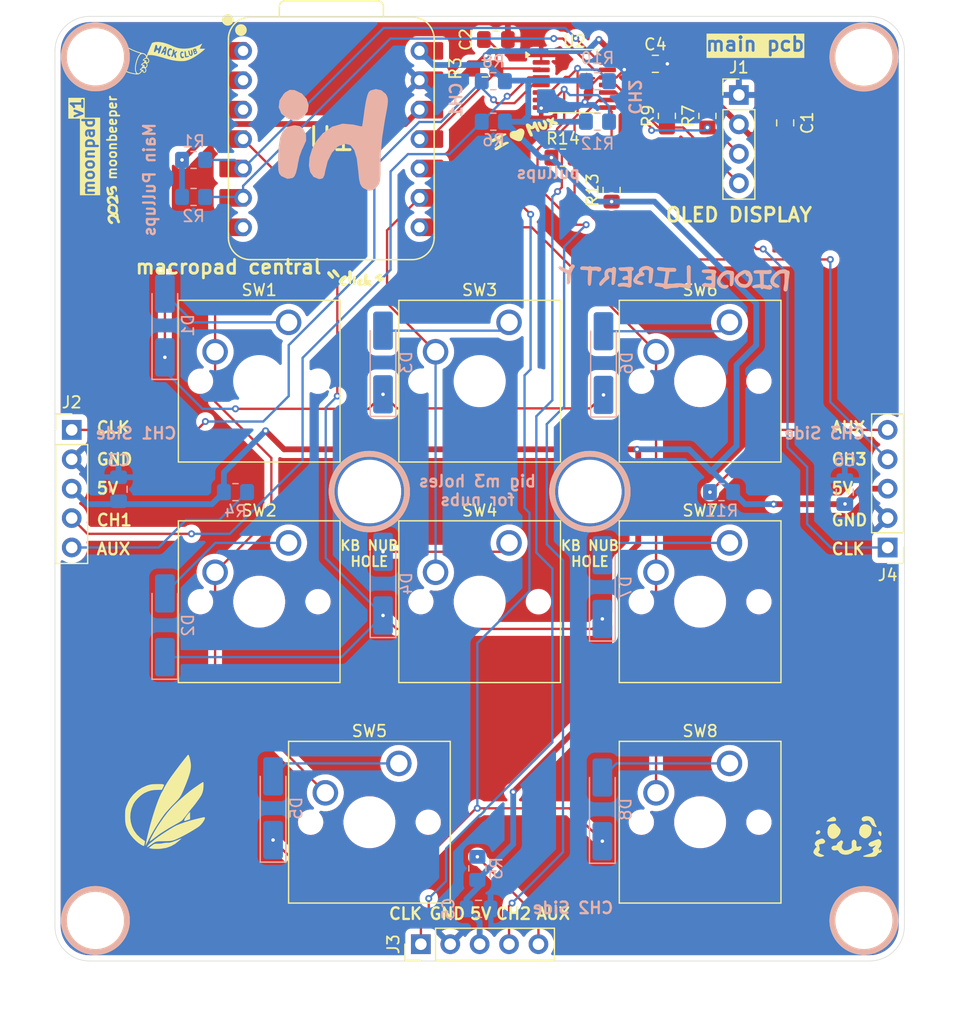
<source format=kicad_pcb>
(kicad_pcb (version 20241229) (generator "pcbnew") (generator_version "9.0")
  (layers (0 "F.Cu" signal) (2 "B.Cu" signal) (13 "F.Paste" user) (15 "B.Paste" user) (5 "F.SilkS" user "F.Silkscreen") (7 "B.SilkS" user "B.Silkscreen") (1 "F.Mask" user) (3 "B.Mask" user) (25 "Edge.Cuts" user))
  (net 0 "")
  (net 1 "+3V3")
  (net 2 "GND")
  (net 3 "+5V")
  (net 4 "KEY_ROW_1")
  (net 5 "Net-(D1-A)")
  (net 6 "Net-(D2-A)")
  (net 7 "Net-(D3-A)")
  (net 8 "KEY_ROW_2")
  (net 9 "Net-(D4-A)")
  (net 10 "Net-(D5-A)")
  (net 11 "Net-(D6-A)")
  (net 12 "KEY_ROW_3")
  (net 13 "Net-(D8-A)")
  (net 14 "DISPLAY_CHANNEL")
  (net 15 "DISPLAY_CHANNEL_CL")
  (net 16 "CHANNEL_3")
  (net 17 "CHANNEL_3_CL")
  (net 18 "CHANNEL_1_CL")
  (net 19 "CHANNEL_2_CL")
  (net 20 "CHANNEL_2")
  (net 21 "CHANNEL_1")
  (net 22 "SDA")
  (net 23 "SCL")
  (net 24 "KEY_COL_1")
  (net 25 "KEY_COL_2")
  (net 26 "KEY_COL_3")
  (net 27 "MULTIPLEXER_RESET")
  (net 29 "Net-(D7-A)")
  (net 30 "Net-(J2-Pin_5)")
  (net 31 "Net-(J3-Pin_5)")
  (net 32 "Net-(J4-Pin_5)")
  (footprint "Seeed_XIAO:XIAO-RP2040-DIP" (layer "F.Cu") (at 166.38 48.5)
    (property "Reference" "U1")
    (property "Value" "XIAO-RP2040-DIP")
  )
  (footprint "Button_Switch_Keyboard:SW_Cherry_MX_1.00u_PCB" (layer "F.Cu") (at 162.69 64.3325)
    (property "Reference" "SW1")
    (property "Value" "SW_Push")
  )
  (footprint "LOGO" (layer "F.Cu") (at 152 41.5)
    (property "Reference" "G***" (hide yes))
    (property "Value" "LOGO" (hide yes))
  )
  (footprint "MountingHole:MountingHole_2.2mm_M2" (layer "F.Cu") (at 146 116)
    (property "Reference" "H4" (hide yes))
    (property "Value" "MountingHole")
  )
  (footprint "Resistor_SMD:R_0805_2012Metric_Pad1.20x1.40mm_HandSolder" (layer "F.Cu") (at 186.4 50.1)
    (property "Reference" "R14")
    (property "Value" "4.7k")
  )
  (footprint "Button_Switch_Keyboard:SW_Cherry_MX_1.00u_PCB" (layer "F.Cu") (at 200.79 64.3325)
    (property "Reference" "SW6")
    (property "Value" "SW_Push")
  )
  (footprint "Button_Switch_Keyboard:SW_Cherry_MX_1.00u_PCB" (layer "F.Cu") (at 181.74 64.3325)
    (property "Reference" "SW3")
    (property "Value" "SW_Push")
  )
  (footprint "Connector_PinHeader_2.54mm:PinHeader_1x05_P2.54mm_Vertical" (layer "F.Cu") (at 143.95 73.62)
    (property "Reference" "J2")
    (property "Value" "Right_Connector")
  )
  (footprint "Button_Switch_Keyboard:SW_Cherry_MX_1.00u_PCB" (layer "F.Cu") (at 162.69 83.3825)
    (property "Reference" "SW2")
    (property "Value" "SW_Push")
  )
  (footprint "Resistor_SMD:R_0805_2012Metric_Pad1.20x1.40mm_HandSolder" (layer "F.Cu") (at 195.38 46.5 90)
    (property "Reference" "R9")
    (property "Value" "4.7k")
  )
  (footprint "Resistor_SMD:R_0805_2012Metric_Pad1.20x1.40mm_HandSolder" (layer "F.Cu") (at 198.88 46.5 90)
    (property "Reference" "R7")
    (property "Value" "4.7k")
  )
  (footprint "MountingHole:MountingHole_2.7mm_M2.5" (layer "F.Cu") (at 188.725 78.95)
    (property "Reference" "H6" (hide yes))
    (property "Value" "MountingHole")
  )
  (footprint "MountingHole:MountingHole_2.2mm_M2" (layer "F.Cu") (at 212.4 41.4)
    (property "Reference" "H2" (hide yes))
    (property "Value" "MountingHole")
  )
  (footprint "Button_Switch_Keyboard:SW_Cherry_MX_1.00u_PCB" (layer "F.Cu") (at 181.74 83.3825)
    (property "Reference" "SW4")
    (property "Value" "SW_Push")
  )
  (footprint "MountingHole:MountingHole_2.2mm_M2" (layer "F.Cu") (at 146 41.4)
    (property "Reference" "H1" (hide yes))
    (property "Value" "MountingHole")
  )
  (footprint "Resistor_SMD:R_0805_2012Metric_Pad1.20x1.40mm_HandSolder" (layer "F.Cu") (at 190.6 52.9 90)
    (property "Reference" "R13")
    (property "Value" "4.7k")
  )
  (footprint "LOGO" (layer "F.Cu") (at 183 48 60)
    (property "Reference" "G***" (hide yes))
    (property "Value" "LOGO" (hide yes))
  )
  (footprint "LOGO" (layer "F.Cu") (at 147.5 54.25 90)
    (property "Reference" "G***" (hide yes))
    (property "Value" "LOGO" (hide yes))
  )
  (footprint "MountingHole:MountingHole_2.2mm_M2" (layer "F.Cu") (at 212.4 116)
    (property "Reference" "H3" (hide yes))
    (property "Value" "MountingHole")
  )
  (footprint "Connector_PinHeader_2.54mm:PinHeader_1x05_P2.54mm_Vertical" (layer "F.Cu") (at 214.45 83.78 180)
    (property "Reference" "J4")
    (property "Value" "Left_Connector")
  )
  (footprint "LOGO" (layer "F.Cu") (at 152 105.75)
    (property "Reference" "G***" (hide yes))
    (property "Value" "LOGO" (hide yes))
  )
  (footprint "Button_Switch_Keyboard:SW_Cherry_MX_1.00u_PCB" (layer "F.Cu") (at 200.79 83.3825)
    (property "Reference" "SW7")
    (property "Value" "SW_Push")
  )
  (footprint "Connector_PinHeader_2.54mm:PinHeader_1x05_P2.54mm_Vertical" (layer "F.Cu") (at 174.12 118.05 90)
    (property "Reference" "J3")
    (property "Value" "Bottom_Connector")
  )
  (footprint "Button_Switch_Keyboard:SW_Cherry_MX_1.00u_PCB" (layer "F.Cu") (at 200.79 102.4325)
    (property "Reference" "SW8")
    (property "Value" "SW_Push")
  )
  (footprint "MountingHole:MountingHole_2.7mm_M2.5" (layer "F.Cu") (at 169.675 78.95)
    (property "Reference" "H5" (hide yes))
    (property "Value" "MountingHole")
  )
  (footprint "Capacitor_SMD:C_0805_2012Metric_Pad1.18x1.45mm_HandSolder" (layer "F.Cu") (at 205.6 47.1 90)
    (property "Reference" "C1")
    (property "Value" "1uF")
  )
  (footprint "Resistor_SMD:R_0805_2012Metric_Pad1.20x1.40mm_HandSolder" (layer "F.Cu") (at 179.6425 42.4)
    (property "Reference" "R3")
    (property "Value" "10k")
  )
  (footprint "Connector_PinHeader_2.54mm:PinHeader_1x04_P2.54mm_Vertical" (layer "F.Cu") (at 201.6 44.69)
    (property "Reference" "J1")
    (property "Value" "Oled_128x32_Display")
  )
  (footprint "LOGO" (layer "F.Cu") (at 168.5 60.5)
    (property "Reference" "G***" (hide yes))
    (property "Value" "LOGO" (hide yes))
  )
  (footprint "Package_SO:TSSOP-16_4.4x5mm_P0.65mm" (layer "F.Cu") (at 187.38 43.5)
    (property "Reference" "U2")
    (property "Value" "TCA9546APWR")
  )
  (footprint "LOGO" (layer "F.Cu") (at 211 108.75)
    (property "Reference" "G***" (hide yes))
    (property "Value" "LOGO" (hide yes))
  )
  (footprint "Button_Switch_Keyboard:SW_Cherry_MX_1.00u_PCB" (layer "F.Cu") (at 172.215 102.4325)
    (property "Reference" "SW5")
    (property "Value" "SW_Push")
  )
  (footprint "Capacitor_SMD:C_0805_2012Metric_Pad1.18x1.45mm_HandSolder" (layer "F.Cu") (at 180.6 39.9 180)
    (property "Reference" "C2")
    (property "Value" "1uF")
  )
  (footprint "Capacitor_SMD:C_0805_2012Metric_Pad1.18x1.45mm_HandSolder" (layer "F.Cu") (at 194.38 42 180)
    (property "Reference" "C4")
    (property "Value" "1uF")
  )
  (footprint "Diode_SMD:D_MiniMELF_Handsoldering" (layer "B.Cu") (at 189.9 67.85 90)
    (property "Reference" "D6")
    (property "Value" "1N4148")
  )
  (footprint "Capacitor_SMD:C_0805_2012Metric_Pad1.18x1.45mm_HandSolder" (layer "B.Cu") (at 179.1 115)
    (property "Reference" "C5")
    (property "Value" "1uF")
  )
  (footprint "Capacitor_SMD:C_0805_2012Metric_Pad1.18x1.45mm_HandSolder" (layer "B.Cu") (at 210.75 79 90)
    (property "Reference" "C6")
    (property "Value" "1uF")
  )
  (footprint "Resistor_SMD:R_0805_2012Metric_Pad1.20x1.40mm_HandSolder" (layer "B.Cu") (at 158.1 79)
    (property "Reference" "R4")
    (property "Value" "10k")
  )
  (footprint "Diode_SMD:D_MiniMELF_Handsoldering" (layer "B.Cu") (at 152 90.5 90)
    (property "Reference" "D2")
    (property "Value" "1N4148")
  )
  (footprint "Diode_SMD:D_MiniMELF_Handsoldering" (layer "B.Cu") (at 189.8 87.2 90)
    (property "Reference" "D7")
    (property "Value" "1N4148")
  )
  (footprint "Diode_SMD:D_MiniMELF_Handsoldering" (layer "B.Cu") (at 189.8 106.4 90)
    (property "Reference" "D8")
    (property "Value" "1N4148")
  )
  (footprint "Resistor_SMD:R_0805_2012Metric_Pad1.20x1.40mm_HandSolder" (layer "B.Cu") (at 154.48 50.3)
    (property "Reference" "R1")
    (property "Value" "4.7k")
  )
  (footprint "Resistor_SMD:R_0805_2012Metric_Pad1.20x1.40mm_HandSolder" (layer "B.Cu") (at 189.38 43.5)
    (property "Reference" "R10")
    (property "Value" "4.7k")
  )
  (footprint "Diode_SMD:D_MiniMELF_Handsoldering" (layer "B.Cu") (at 170.85 67.8 90)
    (property "Reference" "D3")
    (property "Value" "1N4148")
  )
  (footprint "Resistor_SMD:R_0805_2012Metric_Pad1.20x1.40mm_HandSolder" (layer "B.Cu") (at 154.48 53.5)
    (property "Reference" "R2")
    (property "Value" "4.7k")
  )
  (footprint "Resistor_SMD:R_0805_2012Metric_Pad1.20x1.40mm_HandSolder" (layer "B.Cu") (at 180.38 43.5 180)
    (property "Reference" "R8")
    (property "Value" "4.7k")
  )
  (footprint "Resistor_SMD:R_0805_2012Metric_Pad1.20x1.40mm_HandSolder" (layer "B.Cu") (at 189.38 47)
    (property "Reference" "R12")
    (property "Value" "4.7k" (hide yes))
  )
  (footprint "Resistor_SMD:R_0805_2012Metric_Pad1.20x1.40mm_HandSolder" (layer "B.Cu") (at 180.38 47 180)
    (property "Reference" "R6")
    (property "Value" "4.7k")
  )
  (footprint "LOGO" (layer "B.Cu") (at 196 60.5 180)
    (property "Reference" "G***" (hide yes))
    (property "Value" "LOGO" (hide yes))
  )
  (footprint "Resistor_SMD:R_0805_2012Metric_Pad1.20x1.40mm_HandSolder" (layer "B.Cu") (at 200.1 79 180)
    (property "Reference" "R11")
    (property "Value" "10k")
  )
  (footprint "Resistor_SMD:R_0805_2012Metric_Pad1.20x1.40mm_HandSolder" (layer "B.Cu") (at 179 111.5 90)
    (property "Reference" "R5")
    (property "Value" "10k")
  )
  (footprint "Diode_SMD:D_MiniMELF_Handsoldering" (layer "B.Cu") (at 152 64.6 90)
    (property "Reference" "D1")
    (property "Value" "1N4148")
  )
  (footprint "Capacitor_SMD:C_0805_2012Metric_Pad1.18x1.45mm_HandSolder" (layer "B.Cu") (at 148 78.75 90)
    (property "Reference" "C3")
    (property "Value" "1uF")
  )
  (footprint "Diode_SMD:D_MiniMELF_Handsoldering" (layer "B.Cu") (at 170.85 86.9 90)
    (property "Reference" "D4")
    (property "Value" "1N4148")
  )
  (footprint "Diode_SMD:D_MiniMELF_Handsoldering" (layer "B.Cu") (at 161.35 106.3 90)
    (property "Reference" "D5")
    (property "Value" "1N4148")
  )
  (footprint "LOGO" (layer "B.Cu") (at 166.5 48.5 180)
    (property "Reference" "G***" (hide yes))
    (property "Value" "LOGO" (hide yes))
  )
  (gr_circle (center 212.4 41.4) (end 215 42.2) (stroke (width 0.5)) (fill no) (layer "F.SilkS"))
  (gr_circle (center 169.665399 78.95) (end 172.715399 77.8) (stroke (width 0.5)) (fill no) (layer "F.SilkS"))
  (gr_circle (center 146 41.4) (end 148.6 42.2) (stroke (width 0.5)) (fill no) (layer "F.SilkS"))
  (gr_circle (center 212.4 116) (end 215 116.8) (stroke (width 0.5)) (fill no) (layer "F.SilkS"))
  (gr_circle (center 146 116) (end 148.6 116.8) (stroke (width 0.5)) (fill no) (layer "F.SilkS"))
  (gr_circle (center 188.725 78.95) (end 191.775 77.8) (stroke (width 0.5)) (fill no) (layer "F.SilkS"))
  (gr_circle (center 212.4 116) (end 209.8 116.8) (stroke (width 0.5)) (fill no) (layer "B.SilkS"))
  (gr_circle (center 212.395294 41.425) (end 209.795294 42.225) (stroke (width 0.5)) (fill no) (layer "B.SilkS"))
  (gr_circle (center 169.665399 78.95) (end 166.615399 77.8) (stroke (width 0.5)) (fill no) (layer "B.SilkS"))
  (gr_circle (center 146 41.4) (end 143.4 42.2) (stroke (width 0.5)) (fill no) (layer "B.SilkS"))
  (gr_circle (center 146 116) (end 143.4 116.8) (stroke (width 0.5)) (fill no) (layer "B.SilkS"))
  (gr_circle (center 188.725 78.95) (end 185.675 77.8) (stroke (width 0.5)) (fill no) (layer "B.SilkS"))
  (gr_arc (start 212.9 37.9) (mid 215.02132 38.77868) (end 215.9 40.9) (stroke (width 0.05)) (layer "Edge.Cuts"))
  (gr_line (start 145.5 37.9) (end 212.9 37.9) (stroke (width 0.05)) (layer "Edge.Cuts"))
  (gr_arc (start 215.9 116.5) (mid 215.02132 118.62132) (end 212.9 119.5) (stroke (width 0.05)) (layer "Edge.Cuts"))
  (gr_line (start 212.9 119.5) (end 145.5 119.5) (stroke (width 0.05)) (layer "Edge.Cuts"))
  (gr_line (start 215.9 40.9) (end 215.9 116.5) (stroke (width 0.05)) (layer "Edge.Cuts"))
  (gr_arc (start 142.5 40.9) (mid 143.37868 38.77868) (end 145.5 37.9) (stroke (width 0.05)) (layer "Edge.Cuts"))
  (gr_line (start 142.5 116.5) (end 142.5 40.9) (stroke (width 0.05)) (layer "Edge.Cuts"))
  (gr_arc (start 145.5 119.5) (mid 143.37868 118.62132) (end 142.5 116.5) (stroke (width 0.05)) (layer "Edge.Cuts"))
  (gr_text "CLK" (at 146 74 0) (layer "F.SilkS") (effects (font (size 1 1) (thickness 0.2) (bold yes)) (justify left bottom)))
  (gr_text "CH2" (at 180.5 116 0) (layer "F.SilkS") (effects (font (size 1 1) (thickness 0.2) (bold yes)) (justify left bottom)))
  (gr_text "AUX" (at 209.5 74 0) (layer "F.SilkS") (effects (font (size 1 1) (thickness 0.2) (bold yes)) (justify left bottom)))
  (gr_text "CLK" (at 171.25 116 0) (layer "F.SilkS") (effects (font (size 1 1) (thickness 0.2) (bold yes)) (justify left bottom)))
  (gr_text "CH1" (at 146 82 0) (layer "F.SilkS") (effects (font (size 1 1) (thickness 0.2) (bold yes)) (justify left bottom)))
  (gr_text "AUX" (at 184 116 0) (layer "F.SilkS") (effects (font (size 1 1) (thickness 0.2) (bold yes)) (justify left bottom)))
  (gr_text "CLK" (at 209.5 84.5 0) (layer "F.SilkS") (effects (font (size 1 1) (thickness 0.2) (bold yes)) (justify left bottom)))
  (gr_text "GND" (at 146 76.75 0) (layer "F.SilkS") (effects (font (size 1 1) (thickness 0.2) (bold yes)) (justify left bottom)))
  (gr_text "GND" (at 209.5 82 0) (layer "F.SilkS") (effects (font (size 1 1) (thickness 0.2) (bold yes)) (justify left bottom)))
  (gr_text "KB NUB\nHOLE" (at 188.725 85.5 0) (layer "F.SilkS") (effects (font (size 0.86 0.85) (thickness 0.17) (bold yes)) (justify bottom)))
  (gr_text "OLED DISPLAY" (at 201.6 55.75 0) (layer "F.SilkS") (effects (font (size 1.2 1.2) (thickness 0.24) (bold yes)) (justify bottom)))
  (gr_text "moonpad" (at 146 50 90) (layer "F.SilkS" knockout) (effects (font (size 1 1) (thickness 0.2) (bold yes)) (justify bottom)))
  (gr_text "5V" (at 209.5 79.25 0) (layer "F.SilkS") (effects (font (size 1 1) (thickness 0.2) (bold yes)) (justify left bottom)))
  (gr_text "5V" (at 178.25 116 0) (layer "F.SilkS") (effects (font (size 1 1) (thickness 0.2) (bold yes)) (justify left bottom)))
  (gr_text "main pcb" (at 203 41 0) (layer "F.SilkS" knockout) (effects (font (size 1.2 1.2) (thickness 0.24) (bold yes)) (justify bottom)))
  (gr_text "moonbeeper" (at 147.9 44.65 90) (layer "F.SilkS") (effects (font (size 0.8 0.8) (thickness 0.16) (bold yes)) (justify right bottom)))
  (gr_text "KB NUB\nHOLE" (at 169.665399 85.5 0) (layer "F.SilkS") (effects (font (size 0.86 0.85) (thickness 0.17) (bold yes)) (justify bottom)))
  (gr_text "5V" (at 146 79.25 0) (layer "F.SilkS") (effects (font (size 1 1) (thickness 0.2) (bold yes)) (justify left bottom)))
  (gr_text "AUX" (at 146 84.5 0) (layer "F.SilkS") (effects (font (size 1 1) (thickness 0.2) (bold yes)) (justify left bottom)))
  (gr_text "GND" (at 174.75 116 0) (layer "F.SilkS") (effects (font (size 1 1) (thickness 0.2) (bold yes)) (justify left bottom)))
  (gr_text "CH3" (at 209.5 76.75 0) (layer "F.SilkS") (effects (font (size 1 1) (thickness 0.2) (bold yes)) (justify left bottom)))
  (gr_text "v1" (at 145 46.8 90) (layer "F.SilkS" knockout) (effects (font (size 1 1) (thickness 0.2) (bold yes)) (justify left bottom)))
  (gr_text "macropad central" (at 157.5 60.25 0) (layer "F.SilkS") (effects (font (size 1.2 1.2) (thickness 0.24) (bold yes)) (justify bottom)))
  (gr_text "big m3 holes\nfor nubs" (at 179 80.25 0) (layer "B.SilkS") (effects (font (size 1 1) (thickness 0.2) (bold yes)) (justify bottom mirror)))
  (gr_text "pullups" (at 188 52 0) (layer "B.SilkS") (effects (font (size 1 1) (thickness 0.2) (bold yes)) (justify left bottom mirror)))
  (gr_text "CH2 Side" (at 187.25 115.5 0) (layer "B.SilkS") (effects (font (size 1 1) (thickness 0.2) (bold yes)) (justify bottom mirror)))
  (gr_text "CH1 Side" (at 149.5 74.5 0) (layer "B.SilkS") (effects (font (size 1 1) (thickness 0.2) (bold yes)) (justify bottom mirror)))
  (gr_text "CH1" (at 177.75 43.5 90) (layer "B.SilkS") (effects (font (size 1 1) (thickness 0.2) (bold yes)) (justify left bottom mirror)))
  (gr_text "CH2" (at 192 46.5 270) (layer "B.SilkS") (effects (font (size 1 1) (thickness 0.2) (bold yes)) (justify left bottom mirror)))
  (gr_text "Main Pullups" (at 151.25 47 90) (layer "B.SilkS") (effects (font (size 1 1) (thickness 0.2) (bold yes)) (justify left bottom mirror)))
  (gr_text "CH3 Side" (at 209 74.5 0) (layer "B.SilkS") (effects (font (size 1 1) (thickness 0.2) (bold yes)) (justify bottom mirror)))
  (segment (start 202.5075 48.1375) (end 201.6 47.23) (width 0.5) (layer "F.Cu") (net 1))
  (segment (start 179.745515 41.296985) (end 178.6425 42.4) (width 0.5) (layer "F.Cu") (net 1))
  (segment (start 178.395 42.4) (end 178.6425 42.4) (width 0.5) (layer "F.Cu") (net 1))
  (segment (start 192.5675 41.225) (end 190.2425 41.225) (width 0.5) (layer "F.Cu") (net 1))
  (segment (start 205.6 48.1375) (end 202.5075 48.1375) (width 0.5) (layer "F.Cu") (net 1))
  (segment (start 198.88 45.5) (end 195.38 45.5) (width 0.5) (layer "F.Cu") (net 1))
  (segment (start 174.835 45.96) (end 178.395 42.4) (width 0.5) (layer "F.Cu") (net 1))
  (segment (start 198.88 45.5) (end 199.87 45.5) (width 0.5) (layer "F.Cu") (net 1))
  (segment (start 193.3425 42) (end 192.5675 41.225) (width 0.5) (layer "F.Cu") (net 1))
  (segment (start 156.58 47.2) (end 153.48 50.3) (width 0.5) (layer "F.Cu") (net 1))
  (segment (start 195.38 44.0375) (end 193.3425 42) (width 0.5) (layer "F.Cu") (net 1))
  (segment (start 174 45.96) (end 172.76 47.2) (width 0.5) (layer "F.Cu") (net 1))
  (segment (start 195.38 45.5) (end 195.38 44.0375) (width 0.5) (layer "F.Cu") (net 1))
  (segment (start 172.76 47.2) (end 156.58 47.2) (width 0.5) (layer "F.Cu") (net 1))
  (segment (start 190.2425 41.225) (end 190.2425 40.6425) (width 0.5) (layer "F.Cu") (net 1))
  (segment (start 199.87 45.5) (end 201.6 47.23) (width 0.5) (layer "F.Cu") (net 1))
  (segment (start 190.2425 40.6425) (end 189.5 39.9) (width 0.5) (layer "F.Cu") (net 1))
  (via (at 153.48 50.3) (size 0.6) (drill 0.3) (layers "F.Cu" "B.Cu") (net 1))
  (via (at 189.5 39.9) (size 0.6) (drill 0.3) (layers "F.Cu" "B.Cu") (net 1))
  (via (at 179.745515 41.296985) (size 0.6) (drill 0.3) (layers "F.Cu" "B.Cu") (net 1))
  (segment (start 180.1425 40.9) (end 188.5 40.9) (width 0.5) (layer "B.Cu") (net 1))
  (segment (start 153.48 53.5) (end 153.48 50.3) (width 0.5) (layer "B.Cu") (net 1))
  (segment (start 188.5 40.9) (end 189.5 39.9) (width 0.5) (layer "B.Cu") (net 1))
  (segment (start 179.745515 41.296985) (end 180.1425 40.9) (width 0.5) (layer "B.Cu") (net 1))
  (segment (start 184.5175 41.875) (end 184.5175 41.225) (width 0.2) (layer "F.Cu") (net 2))
  (segment (start 190.2425 43.175) (end 189.505001 43.175) (width 0.2) (layer "F.Cu") (net 2))
  (segment (start 188.3 44.380001) (end 188.3 45.3) (width 0.2) (layer "F.Cu") (net 2))
  (segment (start 191.025 43.175) (end 191.7 42.5) (width 0.2) (layer "F.Cu") (net 2))
  (segment (start 190.2425 43.175) (end 191.025 43.175) (width 0.2) (layer "F.Cu") (net 2))
  (segment (start 189.505001 43.175) (end 188.3 44.380001) (width 0.2) (layer "F.Cu") (net 2))
  (via (at 195.4175 42) (size 0.6) (drill 0.3) (layers "F.Cu" "B.Cu") (net 2))
  (via (at 184.5175 45.825) (size 0.6) (drill 0.3) (layers "F.Cu" "B.Cu") (net 2))
  (via (at 188.3 45.3) (size 0.6) (drill 0.3) (layers "F.Cu" "B.Cu") (net 2))
  (via (at 191.7 42.5) (size 0.6) (drill 0.3) (layers "F.Cu" "B.Cu") (net 2))
  (segment (start 184.5425 45.8) (end 184.5175 45.825) (width 0.2) (layer "B.Cu") (net 2))
  (segment (start 191.7 42.5) (end 192.2 42) (width 0.2) (layer "B.Cu") (net 2))
  (segment (start 192.2 42) (end 195.4175 42) (width 0.2) (layer "B.Cu") (net 2))
  (segment (start 187.8 45.8) (end 184.5425 45.8) (width 0.2) (layer "B.Cu") (net 2))
  (segment (start 188.3 45.3) (end 187.8 45.8) (width 0.2) (layer "B.Cu") (net 2))
  (segment (start 192.8 75.3) (end 192.9 75.4) (width 0.5) (layer "F.Cu") (net 3))
  (segment (start 192.9 75.4) (end 192.9 83.5) (width 0.5) (layer "F.Cu") (net 3))
  (segment (start 192.9 83.5) (end 191.4 85) (width 0.5) (layer "F.Cu") (net 3))
  (segment (start 191.4 85) (end 191.4 95.6) (width 0.5) (layer "F.Cu") (net 3))
  (segment (start 214.45 78.7) (end 212.0875 78.7) (width 0.5) (layer "F.Cu") (net 3))
  (segment (start 210.75 80.0375) (end 204.6 80.0375) (width 0.5) (layer "F.Cu") (net 3))
  (segment (start 210.76875 80.01875) (end 210.75 80.0375) (width 0.5) (layer "F.Cu") (net 3))
  (segment (start 162.3 75.3) (end 160.7 73.7) (width 0.5) (layer "F.Cu") (net 3))
  (segment (start 192.8 75.3) (end 162.3 75.3) (width 0.5) (layer "F.Cu") (net 3))
  (segment (start 191.4 95.6) (end 182.1 104.9) (width 0.5) (layer "F.Cu") (net 3))
  (segment (start 212.0875 78.7) (end 210.76875 80.01875) (width 0.5) (layer "F.Cu") (net 3))
  (via (at 182.1 104.9) (size 0.6) (drill 0.3) (layers "F.Cu" "B.Cu") (net 3))
  (via (at 185.4 50.1) (size 0.6) (drill 0.3) (layers "F.Cu" "B.Cu") (net 3))
  (via (at 204.6 80.0375) (size 0.6) (drill 0.3) (layers "F.Cu" "B.Cu") (net 3))
  (via (at 190.6 53.9) (size 0.6) (drill 0.3) (layers "F.Cu" "B.Cu") (net 3))
  (via (at 160.7 73.7) (size 0.6) (drill 0.3) (layers "F.Cu" "B.Cu") (net 3))
  (via (at 210.76875 80.01875) (size 0.6) (drill 0.3) (layers "F.Cu" "B.Cu") (net 3))
  (via (at 192.8 75.3) (size 0.6) (drill 0.3) (layers "F.Cu" "B.Cu") (net 3))
  (segment (start 179.3 112.9) (end 179.3 112.8) (width 0.5) (layer "B.Cu") (net 3))
  (segment (start 184.48 50.1) (end 181.38 47) (width 0.5) (layer "B.Cu") (net 3))
  (segment (start 175.22 42.1) (end 174 40.88) (width 0.5) (layer "B.Cu") (net 3))
  (segment (start 178.0625 114.1375) (end 179.3 112.9) (width 0.5) (layer "B.Cu") (net 3))
  (segment (start 201.1 79) (end 199.3 77.2) (width 0.5) (layer "B.Cu") (net 3))
  (segment (start 181.38 47) (end 182.9 47) (width 0.5) (layer "B.Cu") (net 3))
  (segment (start 183.4 43.449) (end 188.329 43.449) (width 0.5) (layer "B.Cu") (net 3))
  (segment (start 179.2 116.1375) (end 178.0625 115) (width 0.5) (layer "B.Cu") (net 3))
  (segment (start 145.2875 80.0375) (end 147.75 80.0375) (width 0.5) (layer "B.Cu") (net 3))
  (segment (start 201.4 68) (end 201.4 75) (width 0.5) (layer "B.Cu") (net 3))
  (segment (start 202.1375 80.0375) (end 201.1 79) (width 0.5) (layer "B.Cu") (net 3))
  (segment (start 190.6 53.9) (end 189.2 53.9) (width 0.5) (layer "B.Cu") (net 3))
  (segment (start 182.1 109.4) (end 182.1 104.9) (width 0.5) (layer "B.Cu") (net 3))
  (segment (start 156.0625 80.0375) (end 157.1 79) (width 0.5) (layer "B.Cu") (net 3))
  (segment (start 203.1 62.7) (end 203.1 66.3) (width 0.5) (layer "B.Cu") (net 3))
  (segment (start 143.95 78.7) (end 145.2875 80.0375) (width 0.5) (layer "B.Cu") (net 3))
  (segment (start 182.9 47) (end 188.38 47) (width 0.5) (layer "B.Cu") (net 3))
  (segment (start 192.8 75.3) (end 197.3 75.3) (width 0.5) (layer "B.Cu") (net 3))
  (segment (start 179 112.5) (end 182.1 109.4) (width 0.5) (layer "B.Cu") (net 3))
  (segment (start 190.6 53.9) (end 194.3 53.9) (width 0.5) (layer "B.Cu") (net 3))
  (segment (start 179.2 118.05) (end 179.2 116.1375) (width 0.5) (layer "B.Cu") (net 3))
  (segment (start 194.3 53.9) (end 203.1 62.7) (width 0.5) (layer "B.Cu") (net 3))
  (segment (start 185.4 50.1) (end 184.48 50.1) (width 0.5) (layer "B.Cu") (net 3))
  (segment (start 197.3 75.3) (end 199.2 77.2) (width 0.5) (layer "B.Cu") (net 3))
  (segment (start 178.0625 115) (end 178.0625 114.1375) (width 0.5) (layer "B.Cu") (net 3))
  (segment (start 181.431 43.449) (end 183.4 43.449) (width 0.5) (layer "B.Cu") (net 3))
  (segment (start 157.1 79) (end 157.1 77.3) (width 0.5) (layer "B.Cu") (net 3))
  (segment (start 157.1 77.3) (end 160.7 73.7) (width 0.5) (layer "B.Cu") (net 3))
  (segment (start 203.1 66.3) (end 201.4 68) (width 0.5) (layer "B.Cu") (net 3))
  (segment (start 183.4 43.449) (end 183.4 46.5) (width 0.5) (layer "B.Cu") (net 3))
  (segment (start 148.25 79.7875) (end 148.5 80.0375) (width 0.5) (layer "B.Cu") (net 3))
  (segment (start 147.75 80.0375) (end 148 79.7875) (width 0.5) (layer "B.Cu") (net 3))
  (segment (start 199.3 77.2) (end 199.2 77.2) (width 0.5) (layer "B.Cu") (net 3))
  (segment (start 179.98 42.1) (end 175.22 42.1) (width 0.5) (layer "B.Cu") (net 3))
  (segment (start 189.2 53.9) (end 185.4 50.1) (width 0.5) (layer "B.Cu") (net 3))
  (segment (start 181.38 43.5) (end 181.431 43.449) (width 0.5) (layer "B.Cu") (net 3))
  (segment (start 183.4 46.5) (end 182.9 47) (width 0.5) (layer "B.Cu") (net 3))
  (segment (start 148.5 80.0375) (end 156.0625 80.0375) (width 0.5) (layer "B.Cu") (net 3))
  (segment (start 204.6 80.0375) (end 202.1375 80.0375) (width 0.5) (layer "B.Cu") (net 3))
  (segment (start 181.38 43.5) (end 179.98 42.1) (width 0.5) (layer "B.Cu") (net 3))
  (segment (start 188.329 43.449) (end 188.38 43.5) (width 0.5) (layer "B.Cu") (net 3))
  (segment (start 148 79.7875) (end 148.25 79.7875) (width 0.5) (layer "B.Cu") (net 3))
  (segment (start 179.3 112.8) (end 179 112.5) (width 0.5) (layer "B.Cu") (net 3))
  (segment (start 201.4 75) (end 199.2 77.2) (width 0.5) (layer "B.Cu") (net 3))
  (segment (start 158.1 71.8) (end 169.6 71.8) (width 0.2) (layer "F.Cu") (net 4))
  (segment (start 169.6 71.8) (end 170.85 70.55) (width 0.2) (layer "F.Cu") (net 4))
  (segment (start 189.9 70.6) (end 188.7365 71.7635) (width 0.2) (layer "F.Cu") (net 4))
  (segment (start 152 49.345) (end 152 67.35) (width 0.2) (layer "F.Cu") (net 4))
  (segment (start 172.0635 71.7635) (end 170.85 70.55) (width 0.2) (layer "F.Cu") (net 4))
  (segment (start 188.7365 71.7635) (end 172.0635 71.7635) (width 0.2) (layer "F.Cu") (net 4))
  (segment (start 157.925 43.42) (end 152 49.345) (width 0.2) (layer "F.Cu") (net 4))
  (via (at 152 67.35) (size 0.6) (drill 0.3) (layers "F.Cu" "B.Cu") (net 4))
  (via (at 170.85 70.55) (size 0.6) (drill 0.3) (layers "F.Cu" "B.Cu") (net 4))
  (via (at 158.1 71.8) (size 0.6) (drill 0.3) (layers "F.Cu" "B.Cu") (net 4))
  (via (at 189.9 70.6) (size 0.6) (drill 0.3) (layers "F.Cu" "B.Cu") (net 4))
  (segment (start 155.249943 71.8) (end 158.1 71.8) (width 0.2) (layer "B.Cu") (net 4))
  (segment (start 152 67.35) (end 152 68.550057) (width 0.2) (layer "B.Cu") (net 4))
  (segment (start 152 68.550057) (end 155.249943 71.8) (width 0.2) (layer "B.Cu") (net 4))
  (segment (start 154.4825 64.3325) (end 162.69 64.3325) (width 0.2) (layer "B.Cu") (net 5))
  (segment (start 152 61.85) (end 154.4825 64.3325) (width 0.2) (layer "B.Cu") (net 5))
  (segment (start 156.3675 83.3825) (end 162.69 83.3825) (width 0.2) (layer "B.Cu") (net 6))
  (segment (start 152 87.75) (end 156.3675 83.3825) (width 0.2) (layer "B.Cu") (net 6))
  (segment (start 181.0225 65.05) (end 181.74 64.3325) (width 0.2) (layer "B.Cu") (net 7))
  (segment (start 170.85 65.05) (end 181.0225 65.05) (width 0.2) (layer "B.Cu") (net 7))
  (segment (start 188.9365 90.8135) (end 172.0135 90.8135) (width 0.2) (layer "F.Cu") (net 8))
  (segment (start 166.9 56.64) (end 166.9 70.7) (width 0.2) (layer "F.Cu") (net 8))
  (segment (start 158.76 48.5) (end 166.9 56.64) (width 0.2) (layer "F.Cu") (net 8))
  (segment (start 172.0135 90.8135) (end 170.85 89.65) (width 0.2) (layer "F.Cu") (net 8))
  (segment (start 189.8 89.95) (end 188.9365 90.8135) (width 0.2) (layer "F.Cu") (net 8))
  (via (at 189.8 89.95) (size 0.6) (drill 0.3) (layers "F.Cu" "B.Cu") (net 8))
  (via (at 166.9 70.7) (size 0.6) (drill 0.3) (layers "F.Cu" "B.Cu") (net 8))
  (via (at 170.85 89.65) (size 0.6) (drill 0.3) (layers "F.Cu" "B.Cu") (net 8))
  (segment (start 166.9 70.7) (end 165.9 71.7) (width 0.2) (layer "B.Cu") (net 8))
  (segment (start 165.9 71.7) (end 165.9 84.7) (width 0.2) (layer "B.Cu") (net 8))
  (segment (start 170.85 89.65) (end 167.25 93.25) (width 0.2) (layer "B.Cu") (net 8))
  (segment (start 167.25 93.25) (end 152 93.25) (width 0.2) (layer "B.Cu") (net 8))
  (segment (start 165.9 84.7) (end 170.85 89.65) (width 0.2) (layer "B.Cu") (net 8))
  (segment (start 170.85 84.15) (end 180.9725 84.15) (width 0.2) (layer "F.Cu") (net 9))
  (segment (start 180.9725 84.15) (end 181.74 83.3825) (width 0.2) (layer "F.Cu") (net 9))
  (via (at 170.85 84.15) (size 0.6) (drill 0.3) (layers "F.Cu" "B.Cu") (net 9))
  (segment (start 161.35 103.55) (end 162.4675 102.4325) (width 0.2) (layer "B.Cu") (net 10))
  (segment (start 162.4675 102.4325) (end 172.215 102.4325) (width 0.2) (layer "B.Cu") (net 10))
  (segment (start 200.0225 65.1) (end 200.79 64.3325) (width 0.2) (layer "B.Cu") (net 11))
  (segment (start 189.9 65.1) (end 200.0225 65.1) (width 0.2) (layer "B.Cu") (net 11))
  (segment (start 174 51.04) (end 179.64 51.04) (width 0.2) (layer "F.Cu") (net 12))
  (segment (start 178.8885 106.3115) (end 174.4 110.8) (width 0.2) (layer "F.Cu") (net 12))
  (segment (start 179.64 51.04) (end 183.6 55) (width 0.2) (layer "F.Cu") (net 12))
  (segment (start 179 106.3115) (end 178.8885 106.3115) (width 0.2) (layer "F.Cu") (net 12))
  (segment (start 186.9615 106.3115) (end 179 106.3115) (width 0.2) (layer "F.Cu") (net 12))
  (segment (start 189.8 109.15) (end 186.9615 106.3115) (width 0.2) (layer "F.Cu") (net 12))
  (segment (start 174.4 110.8) (end 163.1 110.8) (width 0.2) (layer "F.Cu") (net 12))
  (segment (start 163.1 110.8) (end 161.35 109.05) (width 0.2) (layer "F.Cu") (net 12))
  (via (at 179 106.3115) (size 0.6) (drill 0.3) (layers "F.Cu" "B.Cu") (net 12))
  (via (at 183.6 55) (size 0.6) (drill 0.3) (layers "F.Cu" "B.Cu") (net 12))
  (via (at 161.35 109.05) (size 0.6) (drill 0.3) (layers "F.Cu" "B.Cu") (net 12))
  (via (at 189.8 109.15) (size 0.6) (drill 0.3) (layers "F.Cu" "B.Cu") (net 12))
  (segment (start 179 92.04403) (end 179 106.3115) (width 0.2) (layer "B.Cu") (net 12))
  (segment (start 183.079 68.91503) (end 183.079 80.359593) (width 0.2) (layer "B.Cu") (net 12))
  (segment (start 183.5 80.780593) (end 183.5 87.54403) (width 0.2) (layer "B.Cu") (net 12))
  (segment (start 183.6 68.39403) (end 183.079 68.91503) (width 0.2) (layer "B.Cu") (net 12))
  (segment (start 183.5 87.54403) (end 179 92.04403) (width 0.2) (layer "B.Cu") (net 12))
  (segment (start 183.079 80.359593) (end 183.5 80.780593) (width 0.2) (layer "B.Cu") (net 12))
  (segment (start 183.6 55) (end 183.6 68.39403) (width 0.2) (layer "B.Cu") (net 12))
  (segment (start 189.8 103.65) (end 191.0175 102.4325) (width 0.2) (layer "B.Cu") (net 13))
  (segment (start 191.0175 102.4325) (end 200.79 102.4325) (width 0.2) (layer "B.Cu") (net 13))
  (segment (start 196.79 47.5) (end 201.6 52.31) (width 0.2) (layer "F.Cu") (net 14))
  (segment (start 194.654999 47.5) (end 195.38 47.5) (width 0.2) (layer "F.Cu") (net 14))
  (segment (start 190.2425 43.825) (end 190.979999 43.825) (width 0.2) (layer "F.Cu") (net 14))
  (segment (start 190.979999 43.825) (end 194.654999 47.5) (width 0.2) (layer "F.Cu") (net 14))
  (segment (start 195.38 47.5) (end 196.79 47.5) (width 0.2) (layer "F.Cu") (net 14))
  (segment (start 194.053235 47.548236) (end 194.053235 47.746765) (width 0.2) (layer "F.Cu") (net 15))
  (segment (start 190.2425 44.475) (end 190.979999 44.475) (width 0.2) (layer "F.Cu") (net 15))
  (segment (start 198.88 47.5) (end 199.33 47.5) (width 0.2) (layer "F.Cu") (net 15))
  (segment (start 190.979999 44.475) (end 194.053235 47.548236) (width 0.2) (layer "F.Cu") (net 15))
  (segment (start 199.33 47.5) (end 201.6 49.77) (width 0.2) (layer "F.Cu") (net 15))
  (via (at 194.053235 47.746765) (size 0.6) (drill 0.3) (layers "F.Cu" "B.Cu") (net 15))
  (via (at 198.88 47.5) (size 0.6) (drill 0.3) (layers "F.Cu" "B.Cu") (net 15))
  (segment (start 194.053235 47.746765) (end 198.633235 47.746765) (width 0.2) (layer "B.Cu") (net 15))
  (segment (start 198.633235 47.746765) (end 198.88 47.5) (width 0.2) (layer "B.Cu") (net 15))
  (segment (start 209.5 58.9) (end 192.6 58.9) (width 0.2) (layer "F.Cu") (net 16))
  (segment (start 192.6 58.9) (end 187.4 53.7) (width 0.2) (layer "F.Cu") (net 16))
  (segment (start 189.505001 45.125) (end 190.2425 45.125) (width 0.2) (layer "F.Cu") (net 16))
  (segment (start 187.4 50.1) (end 187.4 47.230001) (width 0.2) (layer "F.Cu") (net 16))
  (segment (start 187.4 53.7) (end 187.4 50.1) (width 0.2) (layer "F.Cu") (net 16))
  (segment (start 187.4 47.230001) (end 189.505001 45.125) (width 0.2) (layer "F.Cu") (net 16))
  (via (at 209.5 58.9) (size 0.6) (drill 0.3) (layers "F.Cu" "B.Cu") (net 16))
  (segment (start 209.5 58.9) (end 209.5 71.21) (width 0.2) (layer "B.Cu") (net 16))
  (segment (start 209.5 71.21) (end 214.45 76.16) (width 0.2) (layer "B.Cu") (net 16))
  (segment (start 197 51.9) (end 190.6 51.9) (width 0.2) (layer "F.Cu") (net 17))
  (segment (start 190.6 46.1325) (end 190.2425 45.775) (width 0.2) (layer "F.Cu") (net 17))
  (segment (start 203.7 58) (end 203.1 58) (width 0.2) (layer "F.Cu") (net 17))
  (segment (start 203.1 58) (end 197 51.9) (width 0.2) (layer "F.Cu") (net 17))
  (segment (start 190.6 51.9) (end 190.6 46.1325) (width 0.2) (layer "F.Cu") (net 17))
  (via (at 203.7 58) (size 0.6) (drill 0.3) (layers "F.Cu" "B.Cu") (net 17))
  (segment (start 205.8 60.1) (end 205.8 75.13) (width 0.2) (layer "B.Cu") (net 17))
  (segment (start 207.5 81.75) (end 209.53 83.78) (width 0.2) (layer "B.Cu") (net 17))
  (segment (start 203.7 58) (end 205.8 60.1) (width 0.2) (layer "B.Cu") (net 17))
  (segment (start 207.5 76.83) (end 207.5 81.75) (width 0.2) (layer "B.Cu") (net 17))
  (segment (start 205.8 75.13) (end 207.5 76.83) (width 0.2) (layer "B.Cu") (net 17))
  (segment (start 209.53 83.78) (end 214.45 83.78) (width 0.2) (layer "B.Cu") (net 17))
  (segment (start 154.78 73.62) (end 143.95 73.62) (width 0.2) (layer "F.Cu") (net 18))
  (segment (start 180.701 45.401) (end 182.204001 45.401) (width 0.2) (layer "F.Cu") (net 18))
  (segment (start 155.5 72.9) (end 154.78 73.62) (width 0.2) (layer "F.Cu") (net 18))
  (segment (start 182.204001 45.401) (end 183.780001 43.825) (width 0.2) (layer "F.Cu") (net 18))
  (segment (start 183.780001 43.825) (end 184.5175 43.825) (width 0.2) (layer "F.Cu") (net 18))
  (segment (start 180.4 45.1) (end 180.701 45.401) (width 0.2) (layer "F.Cu") (net 18))
  (via (at 155.5 72.9) (size 0.6) (drill 0.3) (layers "F.Cu" "B.Cu") (net 18))
  (via (at 180.4 45.1) (size 0.6) (drill 0.3) (layers "F.Cu" "B.Cu") (net 18))
  (segment (start 170.1 58.903814) (end 170.1 50.89669) (width 0.2) (layer "B.Cu") (net 18))
  (segment (start 175.857 47.023) (end 179.38 43.5) (width 0.2) (layer "B.Cu") (net 18))
  (segment (start 162.7 66.303814) (end 170.1 58.903814) (width 0.2) (layer "B.Cu") (net 18))
  (segment (start 179.38 43.5) (end 179.38 44.08) (width 0.2) (layer "B.Cu") (net 18))
  (segment (start 173.97369 47.023) (end 175.857 47.023) (width 0.2) (layer "B.Cu") (net 18))
  (segment (start 179.38 44.08) (end 180.4 45.1) (width 0.2) (layer "B.Cu") (net 18))
  (segment (start 162.7 70.7) (end 162.7 66.303814) (width 0.2) (layer "B.Cu") (net 18))
  (segment (start 155.5 72.9) (end 160.5 72.9) (width 0.2) (layer "B.Cu") (net 18))
  (segment (start 160.5 72.9) (end 162.7 70.7) (width 0.2) (layer "B.Cu") (net 18))
  (segment (start 170.1 50.89669) (end 173.97369 47.023) (width 0.2) (layer "B.Cu") (net 18))
  (segment (start 186.301 52.661) (end 186.301 47.761901) (width 0.2) (layer "F.Cu") (net 19))
  (segment (start 174.12 116.48) (end 174.12 118.05) (width 0.2) (layer "F.Cu") (net 19))
  (segment (start 187.662798 46.400103) (end 187.662798 42.393451) (width 0.2) (layer "F.Cu") (net 19))
  (segment (start 186.301 47.761901) (end 187.662798 46.400103) (width 0.2) (layer "F.Cu") (net 19))
  (segment (start 185.931 53.031) (end 186.301 52.661) (width 0.2) (layer "F.Cu") (net 19))
  (segment (start 186.92625 43.129999) (end 186.6 43.129999) (width 0.2) (layer "F.Cu") (net 19))
  (segment (start 185.254999 44.475) (end 184.5175 44.475) (width 0.2) (layer "F.Cu") (net 19))
  (segment (start 174.8 115.8) (end 174.12 116.48) (width 0.2) (layer "F.Cu") (net 19))
  (segment (start 174.8 114.1) (end 174.8 115.8) (width 0.2) (layer "F.Cu") (net 19))
  (segment (start 187.662798 42.393451) (end 186.92625 43.129999) (width 0.2) (layer "F.Cu") (net 19))
  (segment (start 186.6 43.129999) (end 185.254999 44.475) (width 0.2) (layer "F.Cu") (net 19))
  (via (at 174.8 114.1) (size 0.6) (drill 0.3) (layers "F.Cu" "B.Cu") (net 19))
  (via (at 185.931 53.031) (size 0.6) (drill 0.3) (layers "F.Cu" "B.Cu") (net 19))
  (via (at 187.662798 42.393451) (size 0.6) (drill 0.3) (layers "F.Cu" "B.Cu") (net 19))
  (segment (start 184.1 84.219) (end 185.481 85.6) (width 0.2) (layer "B.Cu") (net 19))
  (segment (start 185.481 85.6) (end 185.481 100.619) (width 0.2) (layer "B.Cu") (net 19))
  (segment (start 176.3 109.8) (end 176.3 112.6) (width 0.2) (layer "B.Cu") (net 19))
  (segment (start 184.1 72.4405) (end 184.1 84.219) (width 0.2) (layer "B.Cu") (net 19))
  (segment (start 179.248943 106.9125) (end 179.1875 106.9125) (width 0.2) (layer "B.Cu") (net 19))
  (segment (start 185.481 71.0595) (end 184.1 72.4405) (width 0.2) (layer "B.Cu") (net 19))
  (segment (start 179.1875 106.9125) (end 176.3 109.8) (width 0.2) (layer "B.Cu") (net 19))
  (segment (start 185.481 100.619) (end 179.601 106.499) (width 0.2) (layer "B.Cu") (net 19))
  (segment (start 176.3 112.6) (end 174.8 114.1) (width 0.2) (layer "B.Cu") (net 19))
  (segment (start 189.38 42.5) (end 190.38 43.5) (width 0.2) (layer "B.Cu") (net 19))
  (segment (start 187.662798 42.393451) (end 187.769347 42.5) (width 0.2) (layer "B.Cu") (net 19))
  (segment (start 179.601 106.499) (end 179.601 106.560443) (width 0.2) (layer "B.Cu") (net 19))
  (segment (start 179.601 106.560443) (end 179.248943 106.9125) (width 0.2) (layer "B.Cu") (net 19))
  (segment (start 185.481 53.481) (end 185.481 71.0595) (width 0.2) (layer "B.Cu") (net 19))
  (segment (start 187.769347 42.5) (end 189.38 42.5) (width 0.2) (layer "B.Cu") (net 19))
  (segment (start 185.931 53.031) (end 185.481 53.481) (width 0.2) (layer "B.Cu") (net 19))
  (segment (start 185.9 47.595801) (end 186.5 46.995801) (width 0.2) (layer "F.Cu") (net 20))
  (segment (start 181.74 114.76) (end 182 114.5) (width 0.2) (layer "F.Cu") (net 20))
  (segment (start 185.9 47.7) (end 185.9 47.595801) (width 0.2) (layer "F.Cu") (net 20))
  (segment (start 188.4 55.9) (end 187.5 55.9) (width 0.2) (layer "F.Cu") (net 20))
  (segment (start 187.5 55.9) (end 184.2 52.6) (width 0.2) (layer "F.Cu") (net 20))
  (segment (start 184.2 49.4) (end 185.9 47.7) (width 0.2) (layer "F.Cu") (net 20))
  (segment (start 186.5 44.2) (end 185.575 45.125) (width 0.2) (layer "F.Cu") (net 20))
  (segment (start 186.5 46.995801) (end 186.5 44.2) (width 0.2) (layer "F.Cu") (net 20))
  (segment (start 184.2 52.6) (end 184.2 49.4) (width 0.2) (layer "F.Cu") (net 20))
  (segment (start 185.575 45.125) (end 184.5175 45.125) (width 0.2) (layer "F.Cu") (net 20))
  (segment (start 181.74 118.05) (end 181.74 114.76) (width 0.2) (layer "F.Cu") (net 20))
  (via (at 182 114.5) (size 0.6) (drill 0.3) (layers "F.Cu" "B.Cu") (net 20))
  (via (at 188.4 55.9) (size 0.6) (drill 0.3) (layers "F.Cu" "B.Cu") (net 20))
  (via (at 186.5 44.2) (size 0.6) (drill 0.3) (layers "F.Cu" "B.Cu") (net 20))
  (segment (start 188.4 55.9) (end 186.5 57.8) (width 0.2) (layer "B.Cu") (net 20))
  (segment (start 190.38 47) (end 190.38 45.68) (width 0.2) (layer "B.Cu") (net 20))
  (segment (start 190.38 45.68) (end 189.4 44.7) (width 0.2) (layer "B.Cu") (net 20))
  (segment (start 186.5 57.8) (end 186.5 71.624) (width 0.2) (layer "B.Cu") (net 20))
  (segment (start 185 73.124) (end 185 83.5) (width 0.2) (layer "B.Cu") (net 20))
  (segment (start 187 44.7) (end 186.5 44.2) (width 0.2) (layer "B.Cu") (net 20))
  (segment (start 189.4 44.7) (end 187 44.7) (width 0.2) (layer "B.Cu") (net 20))
  (segment (start 186.5 71.624) (end 185 73.124) (width 0.2) (layer "B.Cu") (net 20))
  (segment (start 186.4 110.1) (end 182 114.5) (width 0.2) (layer "B.Cu") (net 20))
  (segment (start 185 83.5) (end 186.4 84.9) (width 0.2) (layer "B.Cu") (net 20))
  (segment (start 186.4 84.9) (end 186.4 110.1) (width 0.2) (layer "B.Cu") (net 20))
  (segment (start 183.425 43.175) (end 184.5175 43.175) (width 0.2) (layer "F.Cu") (net 21))
  (segment (start 154.3 82.6) (end 145.31 82.6) (width 0.2) (layer "F.Cu") (net 21))
  (segment (start 181.58 44.8) (end 181.8 44.8) (width 0.2) (layer "F.Cu") (net 21))
  (segment (start 181.8 44.8) (end 183.425 43.175) (width 0.2) (layer "F.Cu") (net 21))
  (segment (start 145.31 82.6) (end 143.95 81.24) (width 0.2) (layer "F.Cu") (net 21))
  (via (at 181.58 44.8) (size 0.6) (drill 0.3) (layers "F.Cu" "B.Cu") (net 21))
  (via (at 154.3 82.6) (size 0.6) (drill 0.3) (layers "F.Cu" "B.Cu") (net 21))
  (segment (start 176.58 49.8) (end 179.38 47) (width 0.2) (layer "B.Cu") (net 21))
  (segment (start 163.9 76.3) (end 163.9 67.4) (width 0.2) (layer "B.Cu") (net 21))
  (segment (start 154.3 82.6) (end 157.6 82.6) (width 0.2) (layer "B.Cu") (net 21))
  (segment (start 181.58 44.8) (end 179.38 47) (width 0.2) (layer "B.Cu") (net 21))
  (segment (start 171.5 51.3) (end 173 49.8) (width 0.2) (layer "B.Cu") (net 21))
  (segment (start 173 49.8) (end 176.58 49.8) (width 0.2) (layer "B.Cu") (net 21))
  (segment (start 157.6 82.6) (end 163.9 76.3) (width 0.2) (layer "B.Cu") (net 21))
  (segment (start 163.9 67.4) (end 171.5 59.8) (width 0.2) (layer "B.Cu") (net 21))
  (segment (start 171.5 59.8) (end 171.5 51.3) (width 0.2) (layer "B.Cu") (net 21))
  (segment (start 189.575 41.875) (end 190.2425 41.875) (width 0.2) (layer "F.Cu") (net 22))
  (segment (start 187.5 39.8) (end 189.575 41.875) (width 0.2) (layer "F.Cu") (net 22))
  (via (at 187.5 39.8) (size 0.6) (drill 0.3) (layers "F.Cu" "B.Cu") (net 22))
  (segment (start 187.5 39.8) (end 186.6 38.9) (width 0.2) (layer "B.Cu") (net 22))
  (segment (start 158.02 50.3) (end 158.76 51.04) (width 0.2) (layer "B.Cu") (net 22))
  (segment (start 155.48 50.3) (end 158.02 50.3) (width 0.2) (layer "B.Cu") (net 22))
  (segment (start 170.9 38.9) (end 158.76 51.04) (width 0.2) (layer "B.Cu") (net 22))
  (segment (start 186.6 38.9) (end 170.9 38.9) (width 0.2) (layer "B.Cu") (net 22))
  (segment (start 185.6 39.817) (end 186.390272 39.817) (width 0.2) (layer "F.Cu") (net 23))
  (segment (start 189.098272 42.525) (end 190.2425 42.525) (width 0.2) (layer "F.Cu") (net 23))
  (segment (start 186.390272 39.817) (end 189.098272 42.525) (width 0.2) (layer "F.Cu") (net 23))
  (via (at 185.6 39.817) (size 0.6) (drill 0.3) (layers "F.Cu" "B.Cu") (net 23))
  (segment (start 159.823 51.477) (end 159.823 51.48031) (width 0.2) (layer "B.Cu") (net 23))
  (segment (start 185.6 39.817) (end 171.483 39.817) (width 0.2) (layer "B.Cu") (net 23))
  (segment (start 158.68 53.5) (end 158.76 53.58) (width 0.2) (layer "B.Cu") (net 23))
  (segment (start 171.483 39.817) (end 159.823 51.477) (width 0.2) (layer "B.Cu") (net 23))
  (segment (start 159.20031 52.103) (end 159.197 52.103) (width 0.2) (layer "B.Cu") (net 23))
  (segment (start 159.823 51.48031) (end 159.20031 52.103) (width 0.2) (layer "B.Cu") (net 23))
  (segment (start 159.197 52.103) (end 158.76 52.54) (width 0.2) (layer "B.Cu") (net 23))
  (segment (start 158.76 52.54) (end 158.76 53.58) (width 0.2) (layer "B.Cu") (net 23))
  (segment (start 155.48 53.5) (end 158.68 53.5) (width 0.2) (layer "B.Cu") (net 23))
  (segment (start 156.34 57.705) (end 157.925 56.12) (width 0.2) (layer "F.Cu") (net 24))
  (segment (start 156.34 71.186123) (end 161.2 76.046123) (width 0.2) (layer "F.Cu") (net 24))
  (segment (start 161.2 76.046123) (end 161.2 81.0625) (width 0.2) (layer "F.Cu") (net 24))
  (segment (start 161.2 81.0625) (end 156.34 85.9225) (width 0.2) (layer "F.Cu") (net 24))
  (segment (start 156.34 66.8725) (end 156.34 71.186123) (width 0.2) (layer "F.Cu") (net 24))
  (segment (start 156.34 66.8725) (end 156.34 57.705) (width 0.2) (layer "F.Cu") (net 24))
  (segment (start 165.865 104.9725) (end 156.34 95.4475) (width 0.2) (layer "F.Cu") (net 24))
  (segment (start 156.34 95.4475) (end 156.34 85.9225) (width 0.2) (layer "F.Cu") (net 24))
  (segment (start 171.2 56.38) (end 174 53.58) (width 0.2) (layer "F.Cu") (net 25))
  (segment (start 175.39 66.8725) (end 171.2 62.6825) (width 0.2) (layer "F.Cu") (net 25))
  (segment (start 171.2 62.6825) (end 171.2 56.38) (width 0.2) (layer "F.Cu") (net 25))
  (segment (start 175.39 85.9225) (end 175.39 66.8725) (width 0.2) (layer "B.Cu") (net 25))
  (segment (start 194.44 85.9225) (end 194.44 66.8725) (width 0.2) (layer "F.Cu") (net 26))
  (segment (start 194.44 104.9725) (end 194.44 85.9225) (width 0.2) (layer "F.Cu") (net 26))
  (segment (start 183.6875 56.12) (end 194.44 66.8725) (width 0.2) (layer "F.Cu") (net 26))
  (segment (start 174 56.12) (end 183.6875 56.12) (width 0.2) (layer "F.Cu") (net 26))
  (segment (start 180.6425 42.4) (end 180.6425 40.68) (width 0.2) (layer "F.Cu") (net 27))
  (segment (start 184.3925 42.4) (end 184.5175 42.525) (width 0.2) (layer "F.Cu") (net 27))
  (segment (start 180.6425 42.4) (end 184.3925 42.4) (width 0.2) (layer "F.Cu") (net 27))
  (segment (start 180.6425 40.68) (end 179.5625 39.6) (width 0.2) (layer "F.Cu") (net 27))
  (segment (start 180.6425 42.6925) (end 180.6425 42.4) (width 0.2) (layer "F.Cu") (net 27))
  (segment (start 174.835 48.5) (end 180.6425 42.6925) (width 0.2) (layer "F.Cu") (net 27))
  (segment (start 189.8 84.45) (end 190.8675 83.3825) (width 0.2) (layer "B.Cu") (net 29))
  (segment (start 190.8675 83.3825) (end 200.79 83.3825) (width 0.2) (layer "B.Cu") (net 29))
  (segment (start 143.95 83.78) (end 151.45616 83.78) (width 0.2) (layer "B.Cu") (net 30))
  (segment (start 151.45616 83.78) (end 153.83616 81.4) (width 0.2) (layer "B.Cu") (net 30))
  (segment (start 156.7 81.4) (end 159.1 79) (width 0.2) (layer "B.Cu") (net 30))
  (segment (start 153.83616 81.4) (end 156.7 81.4) (width 0.2) (layer "B.Cu") (net 30))
  (segment (start 184.28 118.05) (end 184.28 115.78) (width 0.2) (layer "F.Cu") (net 31))
  (segment (start 184.28 115.78) (end 179 110.5) (width 0.2) (layer "F.Cu") (net 31))
  (via (at 179 110.5) (size 0.6) (drill 0.3) (layers "F.Cu" "B.Cu") (net 31))
  (segment (start 199.1 79) (end 204.48 73.62) (width 0.2) (layer "F.Cu") (net 32))
  (segment (start 204.48 73.62) (end 214.45 73.62) (width 0.2) (layer "F.Cu") (net 32))
  (via (at 199.1 79) (size 0.6) (drill 0.3) (layers "F.Cu" "B.Cu") (net 32))
  (zone (net 2) (net_name "GND") (layers "F.Cu" "B.Cu") (connect_pads (clearance 0.5)) (min_thickness 0.25) (fill yes (thermal_gap 0.5) (thermal_bridge_width 0.5))
    (polygon (pts (xy 141.6 37.5) (xy 141.6 120.5) (xy 216.6 120.5) (xy 216.6 37.5)))
  )
)
</source>
